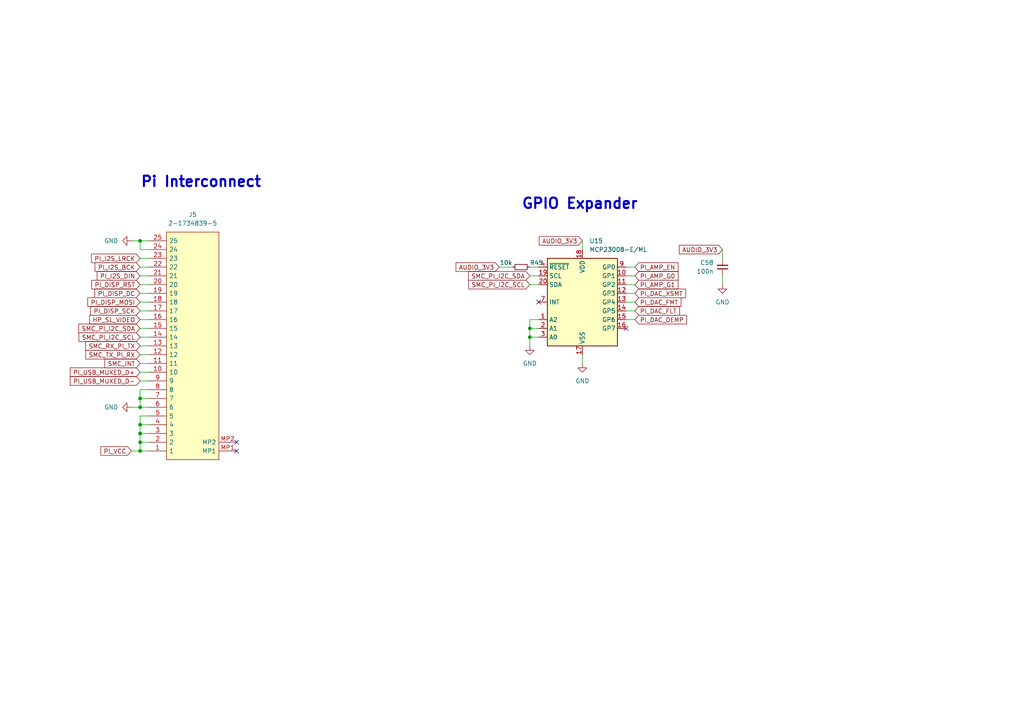
<source format=kicad_sch>
(kicad_sch (version 20211123) (generator eeschema)
  (paper "A4")
  (lib_symbols
    (symbol "Device:C_Small" (pin_numbers hide) (pin_names (offset 0.254) hide)
      (property "Reference" "C" (at 0.254 1.778 0))
      (property "Value" "C_Small" (at 0.254 -2.032 0))
      (symbol "C_Small_0_1"
        (polyline (pts (xy -1.524 -0.508) (xy 1.524 -0.508)) (stroke (width 0.3302)))
        (polyline (pts (xy -1.524 0.508) (xy 1.524 0.508)) (stroke (width 0.3048)))
      )
      (symbol "C_Small_1_1"
        (pin passive line (at 0 2.54 270) (length 2.032) (name "~") (number "1"))
        (pin passive line (at 0 -2.54 90) (length 2.032) (name "~") (number "2"))
      )
    )
    (symbol "Device:R_Small" (pin_numbers hide) (pin_names (offset 0.254) hide)
      (property "Reference" "R" (at 0.762 0.508 0))
      (property "Value" "R_Small" (at 0.762 -1.016 0))
      (symbol "R_Small_0_1"
        (rectangle (start -0.762 1.778) (end 0.762 -1.778) (stroke (width 0.2032)))
      )
      (symbol "R_Small_1_1"
        (pin passive line (at 0 2.54 270) (length 0.762) (name "~") (number "1"))
        (pin passive line (at 0 -2.54 90) (length 0.762) (name "~") (number "2"))
      )
    )
    (symbol "Interface_Expansion:MCP23008-xML"
      (property "Reference" "U" (at -8.89 13.97 0))
      (property "Value" "MCP23008-xML" (at 8.89 13.97 0))
      (symbol "MCP23008-xML_0_1"
        (rectangle (start -10.16 12.7) (end 10.16 -12.7) (stroke (width 0.254)) (fill (type background)))
      )
      (symbol "MCP23008-xML_1_1"
        (pin input line (at -12.7 -5.08 0) (length 2.54) (name "A2") (number "1"))
        (pin bidirectional line (at 12.7 7.62 180) (length 2.54) (name "GP1") (number "10"))
        (pin bidirectional line (at 12.7 5.08 180) (length 2.54) (name "GP2") (number "11"))
        (pin bidirectional line (at 12.7 2.54 180) (length 2.54) (name "GP3") (number "12"))
        (pin bidirectional line (at 12.7 0 180) (length 2.54) (name "GP4") (number "13"))
        (pin bidirectional line (at 12.7 -2.54 180) (length 2.54) (name "GP5") (number "14"))
        (pin bidirectional line (at 12.7 -5.08 180) (length 2.54) (name "GP6") (number "15"))
        (pin bidirectional line (at 12.7 -7.62 180) (length 2.54) (name "GP7") (number "16"))
        (pin power_in line (at 0 -15.24 90) (length 2.54) (name "VSS") (number "17"))
        (pin power_in line (at 0 15.24 270) (length 2.54) (name "VDD") (number "18"))
        (pin input line (at -12.7 7.62 0) (length 2.54) (name "SCL") (number "19"))
        (pin input line (at -12.7 -7.62 0) (length 2.54) (name "A1") (number "2"))
        (pin bidirectional line (at -12.7 5.08 0) (length 2.54) (name "SDA") (number "20"))
        (pin input line (at -12.7 -10.16 0) (length 2.54) (name "A0") (number "3"))
        (pin input line (at -12.7 10.16 0) (length 2.54) (name "~{RESET}") (number "4"))
        (pin no_connect line (at -10.16 2.54 0) (length 2.54) hide (name "NC") (number "5"))
        (pin no_connect line (at -10.16 -2.54 0) (length 2.54) hide (name "NC") (number "6"))
        (pin output line (at -12.7 0 0) (length 2.54) (name "INT") (number "7"))
        (pin no_connect line (at 10.16 -10.16 180) (length 2.54) hide (name "NC") (number "8"))
        (pin bidirectional line (at 12.7 10.16 180) (length 2.54) (name "GP0") (number "9"))
      )
    )
    (symbol "gigahawk:2-1734839-5" (pin_names (offset 0.762))
      (property "Reference" "J" (at 21.59 7.62 0))
      (property "Value" "2-1734839-5" (at 21.59 5.08 0))
      (symbol "2-1734839-5_0_0"
        (pin passive line (at 25.4 0 180) (length 5.08) (name "1") (number "1"))
        (pin passive line (at 25.4 -22.86 180) (length 5.08) (name "10") (number "10"))
        (pin passive line (at 25.4 -25.4 180) (length 5.08) (name "11") (number "11"))
        (pin passive line (at 25.4 -27.94 180) (length 5.08) (name "12") (number "12"))
        (pin passive line (at 25.4 -30.48 180) (length 5.08) (name "13") (number "13"))
        (pin passive line (at 25.4 -33.02 180) (length 5.08) (name "14") (number "14"))
        (pin passive line (at 25.4 -35.56 180) (length 5.08) (name "15") (number "15"))
        (pin passive line (at 25.4 -38.1 180) (length 5.08) (name "16") (number "16"))
        (pin passive line (at 25.4 -40.64 180) (length 5.08) (name "17") (number "17"))
        (pin passive line (at 25.4 -43.18 180) (length 5.08) (name "18") (number "18"))
        (pin passive line (at 25.4 -45.72 180) (length 5.08) (name "19") (number "19"))
        (pin passive line (at 25.4 -2.54 180) (length 5.08) (name "2") (number "2"))
        (pin passive line (at 25.4 -48.26 180) (length 5.08) (name "20") (number "20"))
        (pin passive line (at 25.4 -50.8 180) (length 5.08) (name "21") (number "21"))
        (pin passive line (at 25.4 -53.34 180) (length 5.08) (name "22") (number "22"))
        (pin passive line (at 25.4 -55.88 180) (length 5.08) (name "23") (number "23"))
        (pin passive line (at 25.4 -58.42 180) (length 5.08) (name "24") (number "24"))
        (pin passive line (at 25.4 -60.96 180) (length 5.08) (name "25") (number "25"))
        (pin passive line (at 25.4 -5.08 180) (length 5.08) (name "3") (number "3"))
        (pin passive line (at 25.4 -7.62 180) (length 5.08) (name "4") (number "4"))
        (pin passive line (at 25.4 -10.16 180) (length 5.08) (name "5") (number "5"))
        (pin passive line (at 25.4 -12.7 180) (length 5.08) (name "6") (number "6"))
        (pin passive line (at 25.4 -15.24 180) (length 5.08) (name "7") (number "7"))
        (pin passive line (at 25.4 -17.78 180) (length 5.08) (name "8") (number "8"))
        (pin passive line (at 25.4 -20.32 180) (length 5.08) (name "9") (number "9"))
        (pin passive line (at 0 0 0) (length 5.08) (name "MP1") (number "MP1"))
        (pin passive line (at 0 -2.54 0) (length 5.08) (name "MP2") (number "MP2"))
      )
      (symbol "2-1734839-5_0_1"
        (polyline (pts (xy 5.08 2.54) (xy 20.32 2.54) (xy 20.32 -63.5) (xy 5.08 -63.5) (xy 5.08 2.54)) (stroke (width 0.1524)) (fill (type background)))
      )
    )
    (symbol "power:GND" (power) (pin_names (offset 0))
      (property "Value" "GND" (at 0 -3.81 0))
      (symbol "GND_0_1"
        (polyline (pts (xy 0 0) (xy 0 -1.27) (xy 1.27 -1.27) (xy 0 -2.54) (xy -1.27 -1.27) (xy 0 -1.27)))
      )
      (symbol "GND_1_1"
        (pin power_in line (at 0 0 270) (length 0) hide (name "GND") (number "1"))
      )
    )
  )
  (junction (at 40.64 128.27))
  (junction (at 40.64 130.81))
  (junction (at 153.67 97.79))
  (junction (at 40.64 115.57))
  (junction (at 40.64 125.73))
  (junction (at 40.64 118.11))
  (junction (at 40.64 123.19))
  (junction (at 153.67 95.25))
  (junction (at 40.64 69.85))
  (no_connect (at 181.61 95.25))
  (no_connect (at 156.21 87.63))
  (no_connect (at 68.58 130.81))
  (no_connect (at 68.58 128.27))
  (wire (pts (xy 43.18 107.95) (xy 40.64 107.95)))
  (wire (pts (xy 156.21 92.71) (xy 153.67 92.71)))
  (wire (pts (xy 38.1 118.11) (xy 40.64 118.11)))
  (wire (pts (xy 40.64 115.57) (xy 40.64 118.11)))
  (wire (pts (xy 181.61 77.47) (xy 184.15 77.47)))
  (wire (pts (xy 43.18 95.25) (xy 40.64 95.25)))
  (wire (pts (xy 40.64 123.19) (xy 40.64 125.73)))
  (wire (pts (xy 40.64 118.11) (xy 43.18 118.11)))
  (wire (pts (xy 40.64 69.85) (xy 43.18 69.85)))
  (wire (pts (xy 40.64 77.47) (xy 43.18 77.47)))
  (wire (pts (xy 153.67 77.47) (xy 156.21 77.47)))
  (wire (pts (xy 43.18 123.19) (xy 40.64 123.19)))
  (wire (pts (xy 144.78 77.47) (xy 148.59 77.47)))
  (wire (pts (xy 43.18 102.87) (xy 40.64 102.87)))
  (wire (pts (xy 209.55 80.01) (xy 209.55 82.55)))
  (wire (pts (xy 40.64 87.63) (xy 43.18 87.63)))
  (wire (pts (xy 181.61 87.63) (xy 184.15 87.63)))
  (wire (pts (xy 181.61 92.71) (xy 184.15 92.71)))
  (wire (pts (xy 43.18 110.49) (xy 40.64 110.49)))
  (wire (pts (xy 43.18 120.65) (xy 40.64 120.65)))
  (wire (pts (xy 40.64 125.73) (xy 40.64 128.27)))
  (wire (pts (xy 40.64 113.03) (xy 40.64 115.57)))
  (wire (pts (xy 168.91 102.87) (xy 168.91 105.41)))
  (wire (pts (xy 181.61 85.09) (xy 184.15 85.09)))
  (wire (pts (xy 40.64 72.39) (xy 40.64 69.85)))
  (wire (pts (xy 181.61 80.01) (xy 184.15 80.01)))
  (wire (pts (xy 40.64 128.27) (xy 40.64 130.81)))
  (wire (pts (xy 40.64 92.71) (xy 43.18 92.71)))
  (wire (pts (xy 43.18 72.39) (xy 40.64 72.39)))
  (wire (pts (xy 153.67 82.55) (xy 156.21 82.55)))
  (wire (pts (xy 153.67 97.79) (xy 153.67 100.33)))
  (wire (pts (xy 43.18 100.33) (xy 40.64 100.33)))
  (wire (pts (xy 43.18 115.57) (xy 40.64 115.57)))
  (wire (pts (xy 43.18 125.73) (xy 40.64 125.73)))
  (wire (pts (xy 156.21 97.79) (xy 153.67 97.79)))
  (wire (pts (xy 40.64 130.81) (xy 43.18 130.81)))
  (wire (pts (xy 43.18 97.79) (xy 40.64 97.79)))
  (wire (pts (xy 38.1 130.81) (xy 40.64 130.81)))
  (wire (pts (xy 40.64 74.93) (xy 43.18 74.93)))
  (wire (pts (xy 168.91 69.85) (xy 168.91 72.39)))
  (wire (pts (xy 153.67 80.01) (xy 156.21 80.01)))
  (wire (pts (xy 40.64 90.17) (xy 43.18 90.17)))
  (wire (pts (xy 43.18 105.41) (xy 40.64 105.41)))
  (wire (pts (xy 43.18 113.03) (xy 40.64 113.03)))
  (wire (pts (xy 40.64 120.65) (xy 40.64 123.19)))
  (wire (pts (xy 181.61 82.55) (xy 184.15 82.55)))
  (wire (pts (xy 40.64 85.09) (xy 43.18 85.09)))
  (wire (pts (xy 40.64 82.55) (xy 43.18 82.55)))
  (wire (pts (xy 153.67 95.25) (xy 153.67 97.79)))
  (wire (pts (xy 40.64 80.01) (xy 43.18 80.01)))
  (wire (pts (xy 43.18 128.27) (xy 40.64 128.27)))
  (wire (pts (xy 181.61 90.17) (xy 184.15 90.17)))
  (wire (pts (xy 209.55 72.39) (xy 209.55 74.93)))
  (wire (pts (xy 38.1 69.85) (xy 40.64 69.85)))
  (wire (pts (xy 156.21 95.25) (xy 153.67 95.25)))
  (wire (pts (xy 153.67 92.71) (xy 153.67 95.25)))
  (text "GPIO Expander" (at 151.13 60.96 0) (effects (font (size 3 3) (thickness 0.6) bold) (justify left bottom)))
  (text "Pi Interconnect" (at 40.64 54.61 0) (effects (font (size 3 3) (thickness 0.6) bold) (justify left bottom)))
  (global_label "AUDIO_3V3" (shape input) (at 168.91 69.85 180) (property "Intersheet References" "${INTERSHEET_REFS}" (effects hide)))
  (global_label "PI_AMP_G1" (shape input) (at 184.15 82.55 0) (property "Intersheet References" "${INTERSHEET_REFS}" (effects hide)))
  (global_label "SMC_INT" (shape input) (at 40.64 105.41 180) (property "Intersheet References" "${INTERSHEET_REFS}" (effects hide)))
  (global_label "SMC_TX_PI_RX" (shape input) (at 40.64 102.87 180) (property "Intersheet References" "${INTERSHEET_REFS}" (effects hide)))
  (global_label "SMC_PI_I2C_SCL" (shape input) (at 153.67 82.55 180) (property "Intersheet References" "${INTERSHEET_REFS}" (effects hide)))
  (global_label "PI_DAC_DEMP" (shape input) (at 184.15 92.71 0) (property "Intersheet References" "${INTERSHEET_REFS}" (effects hide)))
  (global_label "PI_USB_MUXED_D-" (shape input) (at 40.64 110.49 180) (property "Intersheet References" "${INTERSHEET_REFS}" (effects hide)))
  (global_label "HP_SL_VIDEO" (shape input) (at 40.64 92.71 180) (property "Intersheet References" "${INTERSHEET_REFS}" (effects hide)))
  (global_label "PI_I2S_BCK" (shape input) (at 40.64 77.47 180) (property "Intersheet References" "${INTERSHEET_REFS}" (effects hide)))
  (global_label "PI_AMP_EN" (shape input) (at 184.15 77.47 0) (property "Intersheet References" "${INTERSHEET_REFS}" (effects hide)))
  (global_label "PI_DISP_DC" (shape input) (at 40.64 85.09 180) (property "Intersheet References" "${INTERSHEET_REFS}" (effects hide)))
  (global_label "PI_AMP_G0" (shape input) (at 184.15 80.01 0) (property "Intersheet References" "${INTERSHEET_REFS}" (effects hide)))
  (global_label "PI_USB_MUXED_D+" (shape input) (at 40.64 107.95 180) (property "Intersheet References" "${INTERSHEET_REFS}" (effects hide)))
  (global_label "SMC_PI_I2C_SDA" (shape input) (at 153.67 80.01 180) (property "Intersheet References" "${INTERSHEET_REFS}" (effects hide)))
  (global_label "PI_DISP_SCK" (shape input) (at 40.64 90.17 180) (property "Intersheet References" "${INTERSHEET_REFS}" (effects hide)))
  (global_label "PI_DISP_RST" (shape input) (at 40.64 82.55 180) (property "Intersheet References" "${INTERSHEET_REFS}" (effects hide)))
  (global_label "SMC_RX_PI_TX" (shape input) (at 40.64 100.33 180) (property "Intersheet References" "${INTERSHEET_REFS}" (effects hide)))
  (global_label "AUDIO_3V3" (shape input) (at 144.78 77.47 180) (property "Intersheet References" "${INTERSHEET_REFS}" (effects hide)))
  (global_label "PI_DAC_FMT" (shape input) (at 184.15 87.63 0) (property "Intersheet References" "${INTERSHEET_REFS}" (effects hide)))
  (global_label "PI_DAC_XSMT" (shape input) (at 184.15 85.09 0) (property "Intersheet References" "${INTERSHEET_REFS}" (effects hide)))
  (global_label "PI_DAC_FLT" (shape input) (at 184.15 90.17 0) (property "Intersheet References" "${INTERSHEET_REFS}" (effects hide)))
  (global_label "PI_I2S_LRCK" (shape input) (at 40.64 74.93 180) (property "Intersheet References" "${INTERSHEET_REFS}" (effects hide)))
  (global_label "SMC_PI_I2C_SDA" (shape input) (at 40.64 95.25 180) (property "Intersheet References" "${INTERSHEET_REFS}" (effects hide)))
  (global_label "PI_I2S_DIN" (shape input) (at 40.64 80.01 180) (property "Intersheet References" "${INTERSHEET_REFS}" (effects hide)))
  (global_label "SMC_PI_I2C_SCL" (shape input) (at 40.64 97.79 180) (property "Intersheet References" "${INTERSHEET_REFS}" (effects hide)))
  (global_label "PI_VCC" (shape input) (at 38.1 130.81 180) (property "Intersheet References" "${INTERSHEET_REFS}" (effects hide)))
  (global_label "PI_DISP_MOSI" (shape input) (at 40.64 87.63 180) (property "Intersheet References" "${INTERSHEET_REFS}" (effects hide)))
  (global_label "AUDIO_3V3" (shape input) (at 209.55 72.39 180) (property "Intersheet References" "${INTERSHEET_REFS}" (effects hide)))
  (symbol (lib_id "Device:R_Small") (at 151.13 77.47 90) (unit 1)
    (property "Reference" "R45" (at 153.67 76.2 90) (effects (justify right)))
    (property "Value" "10k" (at 148.59 76.2 90) (effects (justify left)))
    (property "Footprint" "Resistor_SMD:R_0402_1005Metric" (effects hide))
  )
  (symbol (lib_id "power:GND") (at 153.67 100.33 0) (unit 1)
    (property "Reference" "#PWR0132" (effects hide))
    (property "Value" "GND" (at 153.67 105.41 0))
  )
  (symbol (lib_id "power:GND") (at 168.91 105.41 0) (unit 1)
    (property "Reference" "#PWR0133" (effects hide))
    (property "Value" "GND" (at 168.91 110.49 0))
  )
  (symbol (lib_id "Interface_Expansion:MCP23008-xML") (at 168.91 87.63 0) (unit 1)
    (property "Reference" "U15" (at 170.9294 69.85 0) (effects (justify left)))
    (property "Value" "MCP23008-E/ML" (at 170.9294 72.39 0) (effects (justify left)))
    (property "Footprint" "Package_DFN_QFN:QFN-20-1EP_4x4mm_P0.5mm_EP2.7x2.7mm" (effects hide))
    (property "Datasheet" "http://ww1.microchip.com/downloads/en/DeviceDoc/MCP23008-MCP23S08-Data-Sheet-20001919F.pdf" (effects hide))
    (property "Description" "I/O Expander 8 I²C 1.7 MHz 20-QFN (4x4)" (effects hide))
    (property "Digikey Part" "MCP23008-E/ML-ND" (effects hide))
    (property "Digikey Price/Stock" "https://www.digikey.ca/en/products/detail/microchip-technology/MCP23008-E-ML/1212504" (effects hide))
    (property "JLC Part" "Extended Part" (effects hide))
    (property "LCSC Part" "C144211" (effects hide))
    (property "Manufacturer" "Microchip Technology" (effects hide))
    (property "Manufacturer Part" "MCP23008-E/ML" (effects hide))
    (property "Mouser Part" "579-MCP23008-E/ML" (effects hide))
    (property "Mouser Price/Stock" "https://www.mouser.ca/ProductDetail/Microchip-Technology-Atmel/MCP23008-E-ML?qs=usxtMOJb1Rw9YcrGR8Z%252BbQ%3D%3D" (effects hide))
  )
  (symbol (lib_id "gigahawk:2-1734839-5") (at 68.58 130.81 180) (unit 1)
    (property "Reference" "J5" (at 55.88 62.23 0))
    (property "Value" "2-1734839-5" (at 55.88 64.77 0))
    (property "Footprint" "Gigahawk:217348395" (effects hide))
    (property "Datasheet" "https://www.te.com/commerce/DocumentDelivery/DDEController?Action=srchrtrv&DocNm=1734839&DocType=Customer+Drawing&DocLang=English&PartCntxt=2-1734839-5&DocFormat=pdf" (effects hide))
    (property "Description" "FFC & FPC Connectors FPC CONN. 0.5MM PITCH T/C 25P" (effects hide))
    (property "Height" "2.1" (effects hide))
    (property "Mouser Part" "571-2-1734839-5" (effects hide))
    (property "Mouser Price/Stock" "https://www.mouser.co.uk/ProductDetail/TE-Connectivity/2-1734839-5?qs=sLzr0G66nupr6AkIn8JaHw%3D%3D" (effects hide))
    (property "Manufacturer" "TE Connectivity AMP Connectors" (effects hide))
    (property "Manufacturer Part" "2-1734839-5" (effects hide))
    (property "Digikey Part" "A101342CT-ND" (effects hide))
    (property "Digikey Price/Stock" "https://www.digikey.ca/en/products/detail/te-connectivity-amp-connectors/2-1734839-5/1860481" (effects hide))
    (property "LCSC Part" "C5163631" (effects hide))
  )
  (symbol (lib_id "power:GND") (at 209.55 82.55 0) (unit 1)
    (property "Reference" "#PWR0134" (effects hide))
    (property "Value" "GND" (at 209.55 87.63 0))
  )
  (symbol (lib_id "Device:C_Small") (at 209.55 77.47 0) (mirror x) (unit 1)
    (property "Reference" "C58" (at 207.01 76.1935 0) (effects (justify right)))
    (property "Value" "100n" (at 207.01 78.7335 0) (effects (justify right)))
    (property "Footprint" "Capacitor_SMD:C_0402_1005Metric" (effects hide))
  )
  (symbol (lib_id "power:GND") (at 38.1 118.11 270) (unit 1)
    (property "Reference" "#PWR0129" (effects hide))
    (property "Value" "GND" (at 34.29 118.1099 90) (effects (justify right)))
  )
  (symbol (lib_id "power:GND") (at 38.1 69.85 270) (unit 1)
    (property "Reference" "#PWR0128" (effects hide))
    (property "Value" "GND" (at 34.29 69.8499 90) (effects (justify right)))
  )
)
</source>
